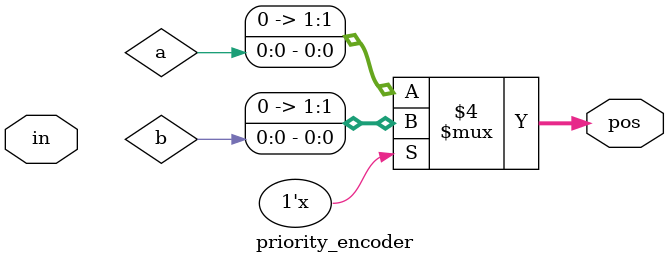
<source format=v>
module priority_encoder( 
input [2:0] in,
output reg [1:0] pos ); 
// When sel=1, assign b to out
always @(*) 
if(sel[1]==1'b1) 
pos=b; 
//assign a to out when sel=0
else 
pos=a; 
endmodule

</source>
